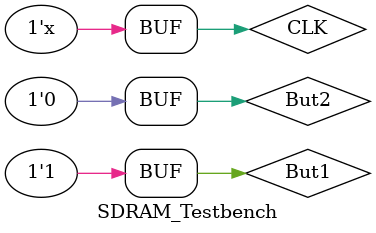
<source format=v>
`timescale 1ns / 1ps

module SDRAM_Testbench;

   reg            CLK;     // Inputs
   reg            But1;    //
   reg            But2;    //
   reg            But3;    //
   reg            But4;    //

   wire           LED1;    // Outputs
   wire           LED2;    //
   wire [12:0]    ADR;     //
   wire [1:0]     BA;      //
   wire [1:0]     DQM;     //
   wire           nCAS;    //
   wire           CKE;     //
   wire           nRAS;    //
   wire           nWE;     //
   wire           nCS;     //
   wire           SD_CLK;  //
   wire [7:0]     LED_S;   //
   wire [5:0]     LED_sel; //

   wire [15:0]    DB;      // Bidirs
	
// Instantiate the Unit Under Test (UUT)
SDRAM_Test uut(
   .CLK      (CLK), 
   .LED1     (LED1), 
   .LED2     (LED2), 
   .But1     (But1), 
   .But2     (But2), 
	.But3     (But3), 
   .But4     (But4), 
   .DB       (DB), 
   .ADR      (ADR), 
   .BA       (BA), 
   .DQM      (DQM), 
   .nCAS     (nCAS), 
   .CKE      (CKE), 
   .nRAS     (nRAS), 
   .nWE      (nWE), 
   .nCS      (nCS), 
   .SD_CLK   (SD_CLK), 
   .LED_S    (LED_S), 
   .LED_sel  (LED_sel)
);
	
always begin
   #10 CLK = !CLK;
end
	
initial begin
// Initialize Inputs
   CLK      = 0;
   But1     = 0;
   But2     = 0;
#100 // Wait 100 ns for global reset to finish
				
   But1     = 0; 
   But2     = 1;   //Start write
#300000
				
   But1     = 1;   //Start read
   But2     = 0;	
#3000000;
end   
endmodule 
</source>
